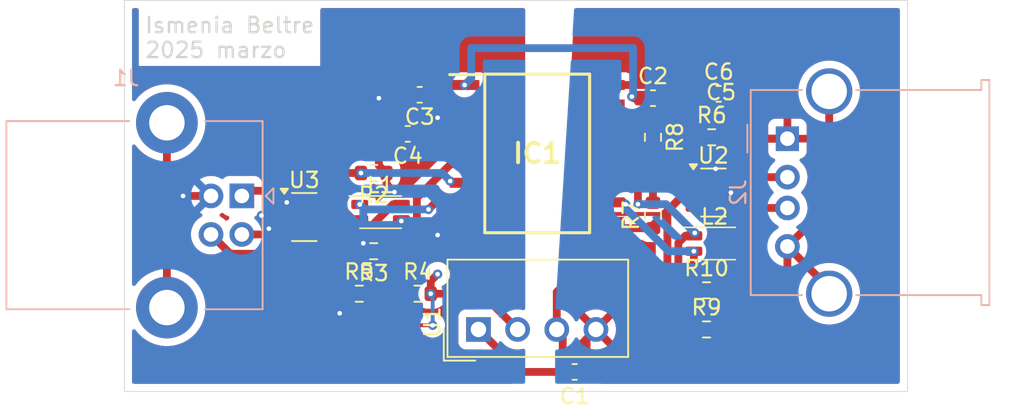
<source format=kicad_pcb>
(kicad_pcb (version 20241229) (generator "pcbnew") (generator_version "9.0")
  (layers (0 "F.Cu" signal) (2 "B.Cu" signal) (13 "F.Paste" user) (15 "B.Paste" user) (5 "F.SilkS" user "F.Silkscreen") (7 "B.SilkS" user "B.Silkscreen") (1 "F.Mask" user) (3 "B.Mask" user) (25 "Edge.Cuts" user))
  (net 0 "")
  (net 1 "GND2")
  (net 2 "+5V")
  (net 3 "GND1")
  (net 4 "Net-(IC1-SPD)")
  (net 5 "Net-(IC1-VDD2)")
  (net 6 "Net-(IC1-PIN)")
  (net 7 "Net-(IC1-SPU)")
  (net 8 "Net-(J1-D-)")
  (net 9 "unconnected-(J1-Shield-Pad5)")
  (net 10 "D+")
  (net 11 "U3_-")
  (net 12 "U3_+")
  (net 13 "Earth")
  (net 14 "Net-(IC1-UD+)")
  (net 15 "Net-(IC1-DD+)")
  (net 16 "Net-(IC1-UD-)")
  (net 17 "VCC")
  (net 18 "Net-(IC1-DD-)")
  (net 19 "Net-(J2-D-)")
  (net 20 "Net-(J2-D+)")
  (net 21 "Net-(L2-Pad3)")
  (net 22 "Net-(L2-Pad2)")
  (footprint "Capacitor_SMD:C_0603_1608Metric" (layer "F.Cu") (at 161.29 95.25)
    (property "Reference" "C2" (at 0 -1.43 0) (layer "F.SilkS"))
    (property "Value" "16v/20ohm")
    (fp_line (start -0.14058 -0.51) (end 0.14058 -0.51) (stroke (width 0.12)) (layer "F.SilkS"))
    (fp_line (start -0.14058 0.51) (end 0.14058 0.51) (stroke (width 0.12)) (layer "F.SilkS"))
    (pad "1" smd roundrect (at -0.775 0) (size 0.9 0.95) (layers "F.Cu" "F.Mask" "F.Paste") (net 2 "+5V"))
    (pad "2" smd roundrect (at 0.775 0) (size 0.9 0.95) (layers "F.Cu" "F.Mask" "F.Paste") (net 13 "Earth"))
  )
  (footprint "Resistor_SMD:R_0603_1608Metric" (layer "F.Cu") (at 161.29 97.79 -90)
    (property "Reference" "R8" (at 0 -1.43 90) (layer "F.SilkS"))
    (property "Value" "1k")
    (fp_line (start -0.237258 0.5225) (end 0.237258 0.5225) (stroke (width 0.12)) (layer "F.SilkS"))
    (fp_line (start -0.237258 -0.5225) (end 0.237258 -0.5225) (stroke (width 0.12)) (layer "F.SilkS"))
    (pad "1" smd roundrect (at -0.825 0 270) (size 0.8 0.95) (layers "F.Cu" "F.Mask" "F.Paste") (net 5 "Net-(IC1-VDD2)"))
    (pad "2" smd roundrect (at 0.825 0 270) (size 0.8 0.95) (layers "F.Cu" "F.Mask" "F.Paste") (net 6 "Net-(IC1-PIN)"))
  )
  (footprint "Inductor_SMD:L_CommonMode_Wurth_WE-CNSW-1206" (layer "F.Cu") (at 143.62 102.65)
    (property "Reference" "L1" (at 0 -1.75 0) (layer "F.SilkS"))
    (property "Value" "Choke_Wurth_WE-CNSW_744232090")
    (fp_line (start -2.05 -1.05) (end 1.35 -1.05) (stroke (width 0.1)) (layer "F.SilkS"))
    (fp_line (start -1.35 1.05) (end 1.35 1.05) (stroke (width 0.1)) (layer "F.SilkS"))
    (pad "1" smd roundrect (at -1.35 -0.5) (size 1.1 0.6) (layers "F.Cu" "F.Mask" "F.Paste") (roundrect_rratio 0.2) (net 14 "Net-(IC1-UD+)"))
    (pad "2" smd roundrect (at 1.35 -0.5) (size 1.1 0.6) (layers "F.Cu" "F.Mask" "F.Paste") (roundrect_rratio 0.2) (net 12 "U3_+"))
    (pad "3" smd roundrect (at 1.35 0.5) (size 1.1 0.6) (layers "F.Cu" "F.Mask" "F.Paste") (roundrect_rratio 0.2) (net 11 "U3_-"))
    (pad "4" smd roundrect (at -1.35 0.5) (size 1.1 0.6) (layers "F.Cu" "F.Mask" "F.Paste") (roundrect_rratio 0.2) (net 16 "Net-(IC1-UD-)"))
  )
  (footprint "SamacSys_Parts:SOIC127P1032X265-16N" (layer "F.Cu") (at 153.78 98.84)
    (property "Reference" "IC1" (at 0 0 0) (layer "F.SilkS") (effects (font (size 1.27 1.27) (thickness 0.254))))
    (property "Value" "ADUM3160BRWZ" (hide yes))
    (fp_line (start -5.675 -5.12) (end -3.75 -5.12) (stroke (width 0.2)) (layer "F.SilkS"))
    (fp_line (start -3.4 -5.15) (end 3.4 -5.15) (stroke (width 0.2)) (layer "F.SilkS"))
    (fp_line (start -3.4 5.15) (end -3.4 -5.15) (stroke (width 0.2)) (layer "F.SilkS"))
    (fp_line (start 3.4 -5.15) (end 3.4 5.15) (stroke (width 0.2)) (layer "F.SilkS"))
    (fp_line (start 3.4 5.15) (end -3.4 5.15) (stroke (width 0.2)) (layer "F.SilkS"))
    (pad "1" smd rect (at -4.712 -4.445 90) (size 0.65 1.925) (layers "F.Cu" "F.Mask" "F.Paste") (net 2 "+5V"))
    (pad "2" smd rect (at -4.712 -3.175 90) (size 0.65 1.925) (layers "F.Cu" "F.Mask" "F.Paste") (net 3 "GND1"))
    (pad "3" smd rect (at -4.712 -1.905 90) (size 0.65 1.925) (layers "F.Cu" "F.Mask" "F.Paste") (net 2 "+5V"))
    (pad "4" smd rect (at -4.712 -0.635 90) (size 0.65 1.925) (layers "F.Cu" "F.Mask" "F.Paste") (net 2 "+5V"))
    (pad "5" smd rect (at -4.712 0.635 90) (size 0.65 1.925) (layers "F.Cu" "F.Mask" "F.Paste") (net 7 "Net-(IC1-SPU)"))
    (pad "6" smd rect (at -4.712 1.905 90) (size 0.65 1.925) (layers "F.Cu" "F.Mask" "F.Paste") (net 16 "Net-(IC1-UD-)"))
    (pad "7" smd rect (at -4.712 3.175 90) (size 0.65 1.925) (layers "F.Cu" "F.Mask" "F.Paste") (net 14 "Net-(IC1-UD+)"))
    (pad "8" smd rect (at -4.712 4.445 90) (size 0.65 1.925) (layers "F.Cu" "F.Mask" "F.Paste") (net 3 "GND1"))
    (pad "9" smd rect (at 4.712 4.445 90) (size 0.65 1.925) (layers "F.Cu" "F.Mask" "F.Paste") (net 13 "Earth"))
    (pad "10" smd rect (at 4.712 3.175 90) (size 0.65 1.925) (layers "F.Cu" "F.Mask" "F.Paste") (net 15 "Net-(IC1-DD+)"))
    (pad "11" smd rect (at 4.712 1.905 90) (size 0.65 1.925) (layers "F.Cu" "F.Mask" "F.Paste") (net 18 "Net-(IC1-DD-)"))
    (pad "12" smd rect (at 4.712 0.635 90) (size 0.65 1.925) (layers "F.Cu" "F.Mask" "F.Paste") (net 6 "Net-(IC1-PIN)"))
    (pad "13" smd rect (at 4.712 -0.635 90) (size 0.65 1.925) (layers "F.Cu" "F.Mask" "F.Paste") (net 4 "Net-(IC1-SPD)"))
    (pad "14" smd rect (at 4.712 -1.905 90) (size 0.65 1.925) (layers "F.Cu" "F.Mask" "F.Paste") (net 5 "Net-(IC1-VDD2)"))
    (pad "15" smd rect (at 4.712 -3.175 90) (size 0.65 1.925) (layers "F.Cu" "F.Mask" "F.Paste") (net 13 "Earth"))
    (pad "16" smd rect (at 4.712 -4.445 90) (size 0.65 1.925) (layers "F.Cu" "F.Mask" "F.Paste") (net 17 "VCC"))
  )
  (footprint "Capacitor_SMD:C_0603_1608Metric" (layer "F.Cu") (at 165.705 96.3)
    (property "Reference" "C5" (at 0 -1.43 0) (layer "F.SilkS"))
    (property "Value" "100nF")
    (fp_line (start -0.14058 -0.51) (end 0.14058 -0.51) (stroke (width 0.12)) (layer "F.SilkS"))
    (fp_line (start -0.14058 0.51) (end 0.14058 0.51) (stroke (width 0.12)) (layer "F.SilkS"))
    (pad "1" smd roundrect (at -0.775 0) (size 0.9 0.95) (layers "F.Cu" "F.Mask" "F.Paste") (net 17 "VCC"))
    (pad "2" smd roundrect (at 0.775 0) (size 0.9 0.95) (layers "F.Cu" "F.Mask" "F.Paste") (net 1 "GND2"))
  )
  (footprint "Resistor_SMD:R_0603_1608Metric" (layer "F.Cu") (at 146.05 107.95)
    (property "Reference" "R4" (at 0 -1.43 0) (layer "F.SilkS"))
    (property "Value" "0R")
    (fp_line (start -0.237258 -0.5225) (end 0.237258 -0.5225) (stroke (width 0.12)) (layer "F.SilkS"))
    (fp_line (start -0.237258 0.5225) (end 0.237258 0.5225) (stroke (width 0.12)) (layer "F.SilkS"))
    (pad "1" smd roundrect (at -0.825 0) (size 0.8 0.95) (layers "F.Cu" "F.Mask" "F.Paste") (net 7 "Net-(IC1-SPU)"))
    (pad "2" smd roundrect (at 0.825 0) (size 0.8 0.95) (layers "F.Cu" "F.Mask" "F.Paste") (net 2 "+5V"))
  )
  (footprint "Resistor_SMD:R_0603_1608Metric" (layer "F.Cu") (at 165.1 97.79)
    (property "Reference" "R6" (at 0 -1.43 0) (layer "F.SilkS"))
    (property "Value" "0R")
    (fp_line (start -0.237258 -0.5225) (end 0.237258 -0.5225) (stroke (width 0.12)) (layer "F.SilkS"))
    (fp_line (start -0.237258 0.5225) (end 0.237258 0.5225) (stroke (width 0.12)) (layer "F.SilkS"))
    (pad "1" smd roundrect (at -0.825 0) (size 0.8 0.95) (layers "F.Cu" "F.Mask" "F.Paste") (net 4 "Net-(IC1-SPD)"))
    (pad "2" smd roundrect (at 0.825 0) (size 0.8 0.95) (layers "F.Cu" "F.Mask" "F.Paste") (net 17 "VCC"))
  )
  (footprint "Resistor_SMD:R_0603_1608Metric" (layer "F.Cu") (at 143.175 100.11 180)
    (property "Reference" "R2" (at 0 -1.43 0) (layer "F.SilkS"))
    (property "Value" "1k")
    (fp_line (start -0.237258 0.5225) (end 0.237258 0.5225) (stroke (width 0.12)) (layer "F.SilkS"))
    (fp_line (start -0.237258 -0.5225) (end 0.237258 -0.5225) (stroke (width 0.12)) (layer "F.SilkS"))
    (pad "1" smd roundrect (at -0.825 0 180) (size 0.8 0.95) (layers "F.Cu" "F.Mask" "F.Paste") (net 11 "U3_-"))
    (pad "2" smd roundrect (at 0.825 0 180) (size 0.8 0.95) (layers "F.Cu" "F.Mask" "F.Paste") (net 16 "Net-(IC1-UD-)"))
  )
  (footprint "Resistor_SMD:R_0603_1608Metric" (layer "F.Cu") (at 164.765 110.27)
    (property "Reference" "R9" (at 0 -1.43 0) (layer "F.SilkS"))
    (property "Value" "1k")
    (fp_line (start -0.237258 -0.5225) (end 0.237258 -0.5225) (stroke (width 0.12)) (layer "F.SilkS"))
    (fp_line (start -0.237258 0.5225) (end 0.237258 0.5225) (stroke (width 0.12)) (layer "F.SilkS"))
    (pad "1" smd roundrect (at -0.825 0) (size 0.8 0.95) (layers "F.Cu" "F.Mask" "F.Paste") (net 18 "Net-(IC1-DD-)"))
    (pad "2" smd roundrect (at 0.825 0) (size 0.8 0.95) (layers "F.Cu" "F.Mask" "F.Paste") (net 22 "Net-(L2-Pad2)"))
  )
  (footprint "Resistor_SMD:R_0603_1608Metric" (layer "F.Cu") (at 143.175 105.19 180)
    (property "Reference" "R3" (at 0 -1.43 0) (layer "F.SilkS"))
    (property "Value" "1k")
    (fp_line (start -0.237258 0.5225) (end 0.237258 0.5225) (stroke (width 0.12)) (layer "F.SilkS"))
    (fp_line (start -0.237258 -0.5225) (end 0.237258 -0.5225) (stroke (width 0.12)) (layer "F.SilkS"))
    (pad "1" smd roundrect (at -0.825 0 180) (size 0.8 0.95) (layers "F.Cu" "F.Mask" "F.Paste") (net 12 "U3_+"))
    (pad "2" smd roundrect (at 0.825 0 180) (size 0.8 0.95) (layers "F.Cu" "F.Mask" "F.Paste") (net 14 "Net-(IC1-UD+)"))
  )
  (footprint "Capacitor_SMD:C_0603_1608Metric" (layer "F.Cu") (at 146.16 95.03 180)
    (property "Reference" "C3" (at 0 -1.43 0) (layer "F.SilkS"))
    (property "Value" "100nF")
    (fp_line (start -0.14058 0.51) (end 0.14058 0.51) (stroke (width 0.12)) (layer "F.SilkS"))
    (fp_line (start -0.14058 -0.51) (end 0.14058 -0.51) (stroke (width 0.12)) (layer "F.SilkS"))
    (pad "1" smd roundrect (at -0.775 0 180) (size 0.9 0.95) (layers "F.Cu" "F.Mask" "F.Paste") (net 2 "+5V"))
    (pad "2" smd roundrect (at 0.775 0 180) (size 0.9 0.95) (layers "F.Cu" "F.Mask" "F.Paste") (net 3 "GND1"))
  )
  (footprint "Converter_DCDC:Converter_DCDC_TRACO_TME_03xxS_05xxS_12xxS_Single_THT" (layer "F.Cu") (at 149.97 110.27 90)
    (property "Reference" "U1" (at 0.475 -2.99 90) (layer "F.SilkS"))
    (property "Value" "TME-0505S")
    (fp_line (start -2.025 -2.25) (end 0.008333 -2.25) (stroke (width 0.12)) (layer "F.SilkS"))
    (fp_line (start 4.535 -2.01) (end 4.535 9.71) (stroke (width 0.12)) (layer "F.SilkS"))
    (fp_line (start -1.785 -2.01) (end 4.535 -2.01) (stroke (width 0.12)) (layer "F.SilkS"))
    (fp_line (start -1.785 -2.01) (end -1.785 9.71) (stroke (width 0.12)) (layer "F.SilkS"))
    (fp_line (start -2.025 -0.216667) (end -2.025 -2.25) (stroke (width 0.12)) (layer "F.SilkS"))
    (fp_line (start -1.785 9.71) (end 4.535 9.71) (stroke (width 0.12)) (layer "F.SilkS"))
    (pad "1" thru_hole rect (at 0 0 90) (size 1.6 1.6) (drill 1) (layers "*.Cu" "*.Mask") (net 13 "Earth"))
    (pad "2" thru_hole circle (at 0 2.54 90) (size 1.6 1.6) (drill 1) (layers "*.Cu" "*.Mask") (net 2 "+5V"))
    (pad "3" thru_hole circle (at 0 5.08 90) (size 1.6 1.6) (drill 1) (layers "*.Cu" "*.Mask") (net 13 "Earth"))
    (pad "4" thru_hole circle (at 0 7.62 90) (size 1.6 1.6) (drill 1) (layers "*.Cu" "*.Mask") (net 17 "VCC"))
  )
  (footprint "Capacitor_SMD:C_0603_1608Metric" (layer "F.Cu") (at 156.21 113.03 180)
    (property "Reference" "C1" (at 0 -1.58 0) (layer "F.SilkS"))
    (property "Value" "10uF/16v")
    (fp_line (start -0.14058 0.51) (end 0.14058 0.51) (stroke (width 0.12)) (layer "F.SilkS"))
    (fp_line (start -0.14058 -0.51) (end 0.14058 -0.51) (stroke (width 0.12)) (layer "F.SilkS"))
    (pad "1" smd roundrect (at -0.775 0 180) (size 0.9 0.95) (layers "F.Cu" "F.Mask" "F.Paste") (net 17 "VCC"))
    (pad "2" smd roundrect (at 0.775 0 180) (size 0.9 0.95) (layers "F.Cu" "F.Mask" "F.Paste") (net 13 "Earth"))
  )
  (footprint "Inductor_SMD:L_CommonMode_Wurth_WE-CNSW-1206" (layer "F.Cu") (at 165.29 104.69)
    (property "Reference" "L2" (at 0 -1.75 0) (layer "F.SilkS"))
    (property "Value" "Choke_Wurth_WE-CNSW_744232090")
    (fp_line (start -2.05 -1.05) (end 1.35 -1.05) (stroke (width 0.1)) (layer "F.SilkS"))
    (fp_line (start -1.35 1.05) (end 1.35 1.05) (stroke (width 0.1)) (layer "F.SilkS"))
    (pad "1" smd roundrect (at -1.35 -0.5) (size 1.1 0.6) (layers "F.Cu" "F.Mask" "F.Paste") (roundrect_rratio 0.2) (net 18 "Net-(IC1-DD-)"))
    (pad "2" smd roundrect (at 1.35 -0.5) (size 1.1 0.6) (layers "F.Cu" "F.Mask" "F.Paste") (roundrect_rratio 0.2) (net 22 "Net-(L2-Pad2)"))
    (pad "3" smd roundrect (at 1.35 0.5) (size 1.1 0.6) (layers "F.Cu" "F.Mask" "F.Paste") (roundrect_rratio 0.2) (net 21 "Net-(L2-Pad3)"))
    (pad "4" smd roundrect (at -1.35 0.5) (size 1.1 0.6) (layers "F.Cu" "F.Mask" "F.Paste") (roundrect_rratio 0.2) (net 15 "Net-(IC1-DD+)"))
  )
  (footprint "Resistor_SMD:R_0603_1608Metric" (layer "F.Cu") (at 161.29 102.87 90)
    (property "Reference" "R7" (at 0 -1.43 90) (layer "F.SilkS"))
    (property "Value" "0R")
    (fp_line (start -0.237258 -0.5225) (end 0.237258 -0.5225) (stroke (width 0.12)) (layer "F.SilkS"))
    (fp_line (start -0.237258 0.5225) (end 0.237258 0.5225) (stroke (width 0.12)) (layer "F.SilkS"))
    (pad "1" smd roundrect (at -0.825 0 90) (size 0.8 0.95) (layers "F.Cu" "F.Mask" "F.Paste") (net 13 "Earth"))
    (pad "2" smd roundrect (at 0.825 0 90) (size 0.8 0.95) (layers "F.Cu" "F.Mask" "F.Paste") (net 4 "Net-(IC1-SPD)"))
  )
  (footprint "Capacitor_SMD:C_0603_1608Metric" (layer "F.Cu") (at 165.555 94.97)
    (property "Reference" "C6" (at 0 -1.43 0) (layer "F.SilkS"))
    (property "Value" "100nF")
    (fp_line (start -0.14058 -0.51) (end 0.14058 -0.51) (stroke (width 0.12)) (layer "F.SilkS"))
    (fp_line (start -0.14058 0.51) (end 0.14058 0.51) (stroke (width 0.12)) (layer "F.SilkS"))
    (pad "1" smd roundrect (at -0.775 0) (size 0.9 0.95) (layers "F.Cu" "F.Mask" "F.Paste") (net 17 "VCC"))
    (pad "2" smd roundrect (at 0.775 0) (size 0.9 0.95) (layers "F.Cu" "F.Mask" "F.Paste") (net 1 "GND2"))
  )
  (footprint "Package_TO_SOT_SMD:SOT-23-6" (layer "F.Cu") (at 165.21 101.38)
    (property "Reference" "U2" (at 0 -2.4 0) (layer "F.SilkS"))
    (property "Value" "USBLC6-2SC6")
    (fp_line (start 0 -1.56) (end -0.8 -1.56) (stroke (width 0.12)) (layer "F.SilkS"))
    (fp_line (start 0 -1.56) (end 0.8 -1.56) (stroke (width 0.12)) (layer "F.SilkS"))
    (fp_line (start 0 1.56) (end -0.8 1.56) (stroke (width 0.12)) (layer "F.SilkS"))
    (fp_line (start 0 1.56) (end 0.8 1.56) (stroke (width 0.12)) (layer "F.SilkS"))
    (fp_poly (pts (xy -1.3 -1.51) (xy -1.54 -1.84) (xy -1.06 -1.84) (xy -1.3 -1.51)) (stroke (width 0.12)) (fill yes) (layer "F.SilkS"))
    (pad "1" smd roundrect (at -1.1375 -0.95) (size 1.325 0.6) (layers "F.Cu" "F.Mask" "F.Paste") (net 22 "Net-(L2-Pad2)"))
    (pad "2" smd roundrect (at -1.1375 0) (size 1.325 0.6) (layers "F.Cu" "F.Mask" "F.Paste") (net 13 "Earth"))
    (pad "3" smd roundrect (at -1.1375 0.95) (size 1.325 0.6) (layers "F.Cu" "F.Mask" "F.Paste") (net 21 "Net-(L2-Pad3)"))
    (pad "4" smd roundrect (at 1.1375 0.95) (size 1.325 0.6) (layers "F.Cu" "F.Mask" "F.Paste") (net 20 "Net-(J2-D+)"))
    (pad "5" smd roundrect (at 1.1375 0) (size 1.325 0.6) (layers "F.Cu" "F.Mask" "F.Paste") (net 17 "VCC"))
    (pad "6" smd roundrect (at 1.1375 -0.95) (size 1.325 0.6) (layers "F.Cu" "F.Mask" "F.Paste") (net 19 "Net-(J2-D-)"))
  )
  (footprint "Capacitor_SMD:C_0603_1608Metric" (layer "F.Cu") (at 145.385 97.57 180)
    (property "Reference" "C4" (at 0 -1.43 0) (layer "F.SilkS"))
    (property "Value" "100nF")
    (fp_line (start -0.14058 0.51) (end 0.14058 0.51) (stroke (width 0.12)) (layer "F.SilkS"))
    (fp_line (start -0.14058 -0.51) (end 0.14058 -0.51) (stroke (width 0.12)) (layer "F.SilkS"))
    (pad "1" smd roundrect (at -0.775 0 180) (size 0.9 0.95) (layers "F.Cu" "F.Mask" "F.Paste") (net 2 "+5V"))
    (pad "2" smd roundrect (at 0.775 0 180) (size 0.9 0.95) (layers "F.Cu" "F.Mask" "F.Paste") (net 3 "GND1"))
  )
  (footprint "Package_TO_SOT_SMD:SOT-23-6" (layer "F.Cu") (at 138.6725 102.97)
    (property "Reference" "U3" (at 0 -2.4 0) (layer "F.SilkS"))
    (property "Value" "USBLC6-2SC6")
    (fp_line (start 0 -1.56) (end -0.8 -1.56) (stroke (width 0.12)) (layer "F.SilkS"))
    (fp_line (start 0 -1.56) (end 0.8 -1.56) (stroke (width 0.12)) (layer "F.SilkS"))
    (fp_line (start 0 1.56) (end -0.8 1.56) (stroke (width 0.12)) (layer "F.SilkS"))
    (fp_line (start 0 1.56) (end 0.8 1.56) (stroke (width 0.12)) (layer "F.SilkS"))
    (fp_poly (pts (xy -1.3 -1.51) (xy -1.54 -1.84) (xy -1.06 -1.84) (xy -1.3 -1.51)) (stroke (width 0.12)) (fill yes) (layer "F.SilkS"))
    (pad "1" smd roundrect (at -1.1375 -0.95) (size 1.325 0.6) (layers "F.Cu" "F.Mask" "F.Paste") (net 8 "Net-(J1-D-)"))
    (pad "2" smd roundrect (at -1.1375 0) (size 1.325 0.6) (layers "F.Cu" "F.Mask" "F.Paste") (net 3 "GND1"))
    (pad "3" smd roundrect (at -1.1375 0.95) (size 1.325 0.6) (layers "F.Cu" "F.Mask" "F.Paste") (net 10 "D+"))
    (pad "4" smd roundrect (at 1.1375 0.95) (size 1.325 0.6) (layers "F.Cu" "F.Mask" "F.Paste") (net 12 "U3_+"))
    (pad "5" smd roundrect (at 1.1375 0) (size 1.325 0.6) (layers "F.Cu" "F.Mask" "F.Paste") (net 2 "+5V"))
    (pad "6" smd roundrect (at 1.1375 -0.95) (size 1.325 0.6) (layers "F.Cu" "F.Mask" "F.Paste") (net 11 "U3_-"))
  )
  (footprint "Resistor_SMD:R_0603_1608Metric" (layer "F.Cu") (at 164.765 107.73)
    (property "Reference" "R10" (at 0 -1.43 0) (layer "F.SilkS"))
    (property "Value" "1k")
    (fp_line (start -0.237258 -0.5225) (end 0.237258 -0.5225) (stroke (width 0.12)) (layer "F.SilkS"))
    (fp_line (start -0.237258 0.5225) (end 0.237258 0.5225) (stroke (width 0.12)) (layer "F.SilkS"))
    (pad "1" smd roundrect (at -0.825 0) (size 0.8 0.95) (layers "F.Cu" "F.Mask" "F.Paste") (net 15 "Net-(IC1-DD+)"))
    (pad "2" smd roundrect (at 0.825 0) (size 0.8 0.95) (layers "F.Cu" "F.Mask" "F.Paste") (net 21 "Net-(L2-Pad3)"))
  )
  (footprint "Resistor_SMD:R_0603_1608Metric" (layer "F.Cu") (at 142.24 107.95)
    (property "Reference" "R5" (at 0 -1.43 0) (layer "F.SilkS"))
    (property "Value" "0R")
    (fp_line (start -0.237258 -0.5225) (end 0.237258 -0.5225) (stroke (width 0.12)) (layer "F.SilkS"))
    (fp_line (start -0.237258 0.5225) (end 0.237258 0.5225) (stroke (width 0.12)) (layer "F.SilkS"))
    (pad "1" smd roundrect (at -0.825 0) (size 0.8 0.95) (layers "F.Cu" "F.Mask" "F.Paste") (net 3 "GND1"))
    (pad "2" smd roundrect (at 0.825 0) (size 0.8 0.95) (layers "F.Cu" "F.Mask" "F.Paste") (net 7 "Net-(IC1-SPU)"))
  )
  (footprint "Connector_USB:USB_A_Molex_67643_Horizontal" (layer "B.Cu") (at 170.01 97.88 -90)
    (property "Reference" "J2" (at 3.5 3.19 90) (layer "B.SilkS") (effects (justify mirror)))
    (property "Value" "USB_A")
    (fp_line (start -0.9 2.6) (end 0.9 2.6) (stroke (width 0.12)) (layer "B.SilkS"))
    (fp_line (start -3.16 2.38) (end 10.16 2.38) (stroke (width 0.12)) (layer "B.SilkS"))
    (fp_line (start -3.16 2.38) (end -3.16 -0.95) (stroke (width 0.12)) (layer "B.SilkS"))
    (fp_line (start 10.16 2.38) (end 10.16 -0.95) (stroke (width 0.12)) (layer "B.SilkS"))
    (fp_line (start 10.16 -4.47) (end 10.16 -12.58) (stroke (width 0.12)) (layer "B.SilkS"))
    (fp_line (start -3.81 -12.58) (end -3.81 -13.1) (stroke (width 0.12)) (layer "B.SilkS"))
    (fp_line (start -3.16 -12.58) (end -3.16 -4.47) (stroke (width 0.12)) (layer "B.SilkS"))
    (fp_line (start -3.16 -12.58) (end -3.81 -12.58) (stroke (width 0.12)) (layer "B.SilkS"))
    (fp_line (start 10.81 -12.58) (end 10.16 -12.58) (stroke (width 0.12)) (layer "B.SilkS"))
    (fp_line (start -3.81 -13.1) (end 10.81 -13.1) (stroke (width 0.12)) (layer "B.SilkS"))
    (fp_line (start 10.81 -13.1) (end 10.81 -12.58) (stroke (width 0.12)) (layer "B.SilkS"))
    (pad "1" thru_hole rect (at 0 0 270) (size 1.6 1.5) (drill 0.95) (layers "*.Cu" "*.Mask") (net 17 "VCC"))
    (pad "2" thru_hole circle (at 2.5 0 270) (size 1.6 1.6) (drill 0.95) (layers "*.Cu" "*.Mask") (net 19 "Net-(J2-D-)"))
    (pad "3" thru_hole circle (at 4.5 0 270) (size 1.6 1.6) (drill 0.95) (layers "*.Cu" "*.Mask") (net 20 "Net-(J2-D+)"))
    (pad "4" thru_hole circle (at 7 0 270) (size 1.6 1.6) (drill 0.95) (layers "*.Cu" "*.Mask") (net 13 "Earth"))
    (pad "5" thru_hole circle (at -3.07 -2.71 270) (size 3 3) (drill 2.3) (layers "*.Cu" "*.Mask") (net 13 "Earth"))
    (pad "5" thru_hole circle (at 10.07 -2.71 270) (size 3 3) (drill 2.3) (layers "*.Cu" "*.Mask") (net 13 "Earth"))
  )
  (footprint "Connector_USB:USB_B_Lumberg_2411_02_Horizontal" (layer "B.Cu") (at 134.62 101.6 180)
    (property "Reference" "J1" (at 7.5 7.65 0) (layer "B.SilkS") (effects (justify mirror)))
    (property "Value" "USB_B")
    (fp_line (start 15.27 4.86) (end 7.3 4.86) (stroke (width 0.12)) (layer "B.SilkS"))
    (fp_line (start 15.27 -7.36) (end 15.27 4.86) (stroke (width 0.12)) (layer "B.SilkS"))
    (fp_line (start 15.27 -7.36) (end 7.3 -7.36) (stroke (width 0.12)) (layer "B.SilkS"))
    (fp_line (start -1.35 4.86) (end 2.4 4.86) (stroke (width 0.12)) (layer "B.SilkS"))
    (fp_line (start -1.35 -7.36) (end 2.4 -7.36) (stroke (width 0.12)) (layer "B.SilkS"))
    (fp_line (start -1.35 -7.36) (end -1.35 4.86) (stroke (width 0.12)) (layer "B.SilkS"))
    (fp_line (start -1.55 0) (end -2.05 0.5) (stroke (width 0.12)) (layer "B.SilkS"))
    (fp_line (start -2.05 0.5) (end -2.05 -0.5) (stroke (width 0.12)) (layer "B.SilkS"))
    (fp_line (start -2.05 -0.5) (end -1.55 0) (stroke (width 0.12)) (layer "B.SilkS"))
    (pad "1" thru_hole rect (at 0 0 90) (size 1.6 1.6) (drill 0.95) (layers "*.Cu" "*.Mask") (net 2 "+5V"))
    (pad "2" thru_hole circle (at 0 -2.5 90) (size 1.6 1.6) (drill 0.95) (layers "*.Cu" "*.Mask") (net 8 "Net-(J1-D-)"))
    (pad "3" thru_hole circle (at 2 -2.5 90) (size 1.6 1.6) (drill 0.95) (layers "*.Cu" "*.Mask") (net 10 "D+"))
    (pad "4" thru_hole circle (at 2 0 90) (size 1.6 1.6) (drill 0.95) (layers "*.Cu" "*.Mask") (net 3 "GND1"))
    (pad "5" thru_hole circle (at 4.86 -7.25 90) (size 4 4) (drill 2.3) (layers "*.Cu" "*.Mask") (net 9 "unconnected-(J1-Shield-Pad5)"))
    (pad "5" thru_hole circle (at 4.86 4.75 90) (size 4 4) (drill 2.3) (layers "*.Cu" "*.Mask") (net 9 "unconnected-(J1-Shield-Pad5)"))
  )
  (gr_rect (start 127 88.9) (end 177.8 114.3) (stroke (width 0.05)) (fill no) (layer "Edge.Cuts"))
  (gr_text "Ismenia Beltre\n2025 marzo" (at 128.27 92.71 0) (layer "Edge.Cuts") (effects (font (size 1 1)) (justify left bottom)))
  (segment (start 166.33 96.15) (end 166.48 96.3) (width 0.508) (layer "F.Cu") (net 1))
  (segment (start 166.33 94.97) (end 166.33 96.15) (width 0.508) (layer "F.Cu") (net 1))
  (segment (start 138.8195 102.641999) (end 139.147501 102.97) (width 0.254) (layer "F.Cu") (net 2))
  (segment (start 152.51 110.27) (end 150.19 107.95) (width 0.508) (layer "F.Cu") (net 2))
  (segment (start 146.795 98.205) (end 146.16 97.57) (width 0.254) (layer "F.Cu") (net 2))
  (segment (start 138.8195 107.957627) (end 140.861873 110) (width 0.254) (layer "F.Cu") (net 2))
  (segment (start 138.302256 101.265) (end 134.955 101.265) (width 0.508) (layer "F.Cu") (net 2))
  (segment (start 139.41735 102.97) (end 138.8195 103.56785) (width 0.254) (layer "F.Cu") (net 2))
  (segment (start 150.19 107.95) (end 146.875 107.95) (width 0.508) (layer "F.Cu") (net 2))
  (segment (start 146.16 97.57) (end 146.16 95.805) (width 0.508) (layer "F.Cu") (net 2))
  (segment (start 138.8195 96.577428) (end 138.8195 102.641999) (width 0.254) (layer "F.Cu") (net 2))
  (segment (start 146.163 97.567) (end 146.163 94.544706) (width 0.254) (layer "F.Cu") (net 2))
  (segment (start 138.8195 103.56785) (end 138.8195 107.957627) (width 0.254) (layer "F.Cu") (net 2))
  (segment (start 149.068 96.935) (end 149.068 98.205) (width 0.254) (layer "F.Cu") (net 2))
  (segment (start 139.81 102.97) (end 139.41735 102.97) (width 0.254) (layer "F.Cu") (net 2))
  (segment (start 147.57 94.395) (end 149.068 94.395) (width 0.508) (layer "F.Cu") (net 2))
  (segment (start 140.861873 110) (end 147 110) (width 0.254) (layer "F.Cu") (net 2))
  (segment (start 134.955 101.265) (end 134.62 101.6) (width 0.508) (layer "F.Cu") (net 2))
  (segment (start 146.875 107.95) (end 146.875 107.125) (width 0.508) (layer "F.Cu") (net 2))
  (segment (start 146.16 97.57) (end 146.163 97.567) (width 0.254) (layer "F.Cu") (net 2))
  (segment (start 141.169928 94.227) (end 138.8195 96.577428) (width 0.254) (layer "F.Cu") (net 2))
  (segment (start 138.6925 101.655244) (end 138.302256 101.265) (width 0.508) (layer "F.Cu") (net 2))
  (segment (start 146.16 95.805) (end 146.935 95.03) (width 0.508) (layer "F.Cu") (net 2))
  (segment (start 139.147501 102.97) (end 139.81 102.97) (width 0.254) (layer "F.Cu") (net 2))
  (segment (start 139.147501 102.97) (end 138.6925 102.514999) (width 0.508) (layer "F.Cu") (net 2))
  (segment (start 160.515 95.25) (end 160.017583 95.25) (width 0.508) (layer "F.Cu") (net 2))
  (segment (start 145.845294 94.227) (end 141.169928 94.227) (width 0.254) (layer "F.Cu") (net 2))
  (segment (start 149.068 98.205) (end 146.795 98.205) (width 0.254) (layer "F.Cu") (net 2))
  (segment (start 146.875 107.125) (end 147.32 106.68) (width 0.508) (layer "F.Cu") (net 2))
  (segment (start 138.6925 102.514999) (end 138.6925 101.655244) (width 0.508) (layer "F.Cu") (net 2))
  (segment (start 146.935 95.03) (end 147.57 94.395) (width 0.508) (layer "F.Cu") (net 2))
  (segment (start 146.163 94.544706) (end 145.845294 94.227) (width 0.254) (layer "F.Cu") (net 2))
  (segment (start 160.017583 95.25) (end 159.916582 95.148999) (width 0.508) (layer "F.Cu") (net 2))
  (via (at 147 110) (size 0.6) (drill 0.3) (layers "F.Cu" "B.Cu") (net 2))
  (via (at 149.068 94.395) (size 0.6) (drill 0.3) (layers "F.Cu" "B.Cu") (net 2))
  (via (at 147.32 106.68) (size 0.6) (drill 0.3) (layers "F.Cu" "B.Cu") (net 2))
  (via (at 146.875 107.95) (size 0.6) (drill 0.3) (layers "F.Cu" "B.Cu") (net 2))
  (via (at 159.916582 95.148999) (size 0.6) (drill 0.3) (layers "F.Cu" "B.Cu") (net 2))
  (segment (start 149.5 93.963) (end 149.068 94.395) (width 0.508) (layer "B.Cu") (net 2))
  (segment (start 146.925 108) (end 146.875 107.95) (width 0.254) (layer "B.Cu") (net 2))
  (segment (start 147 110) (end 147 108) (width 0.254) (layer "B.Cu") (net 2))
  (segment (start 147 108) (end 146.925 108) (width 0.254) (layer "B.Cu") (net 2))
  (segment (start 159.916582 95.148999) (end 160 95.065581) (width 0.508) (layer "B.Cu") (net 2))
  (segment (start 160 92) (end 149.5 92) (width 0.508) (layer "B.Cu") (net 2))
  (segment (start 160 95.065581) (end 160 92) (width 0.508) (layer "B.Cu") (net 2))
  (segment (start 149.5 92) (end 149.5 93.963) (width 0.508) (layer "B.Cu") (net 2))
  (segment (start 141.415 108.775) (end 140.97 109.22) (width 0.508) (layer "F.Cu") (net 3))
  (segment (start 141.415 107.95) (end 141.415 108.775) (width 0.508) (layer "F.Cu") (net 3))
  (segment (start 143.73 95.03) (end 143.51 95.25) (width 0.508) (layer "F.Cu") (net 3))
  (segment (start 144.61 97.57) (end 144.61 96.35) (width 0.508) (layer "F.Cu") (net 3))
  (segment (start 135.99 102.97) (end 135.89 102.87) (width 0.508) (layer "F.Cu") (net 3))
  (segment (start 145.385 95.03) (end 143.73 95.03) (width 0.508) (layer "F.Cu") (net 3))
  (segment (start 137.535 102.97) (end 135.99 102.97) (width 0.508) (layer "F.Cu") (net 3))
  (segment (start 144.61 96.35) (end 143.51 95.25) (width 0.508) (layer "F.Cu") (net 3))
  (segment (start 148.175 103.285) (end 147.32 104.14) (width 0.508) (layer "F.Cu") (net 3))
  (segment (start 148.175 95.665) (end 147.32 96.52) (width 0.508) (layer "F.Cu") (net 3))
  (segment (start 149.068 103.285) (end 148.175 103.285) (width 0.508) (layer "F.Cu") (net 3))
  (segment (start 149.068 95.665) (end 148.175 95.665) (width 0.508) (layer "F.Cu") (net 3))
  (segment (start 132.62 101.6) (end 130.81 101.6) (width 0.508) (layer "F.Cu") (net 3))
  (via (at 143.51 95.25) (size 0.6) (drill 0.3) (layers "F.Cu" "B.Cu") (net 3))
  (via (at 130.81 101.6) (size 0.6) (drill 0.3) (layers "F.Cu" "B.Cu") (net 3))
  (via (at 140.97 109.22) (size 0.6) (drill 0.3) (layers "F.Cu" "B.Cu") (net 3))
  (via (at 147.32 96.52) (size 0.6) (drill 0.3) (layers "F.Cu" "B.Cu") (net 3))
  (via (at 147.32 104.14) (size 0.6) (drill 0.3) (layers "F.Cu" "B.Cu") (net 3))
  (via (at 135.89 102.87) (size 0.6) (drill 0.3) (layers "F.Cu" "B.Cu") (net 3))
  (segment (start 158.492 98.205) (end 158.81 97.887) (width 0.254) (layer "F.Cu") (net 4))
  (segment (start 161.29 100.775) (end 164.0525 98.0125) (width 0.508) (layer "F.Cu") (net 4))
  (segment (start 163.927 97.887) (end 164.0525 98.0125) (width 0.254) (layer "F.Cu") (net 4))
  (segment (start 161.29 102.045) (end 161.29 100.775) (width 0.508) (layer "F.Cu") (net 4))
  (segment (start 158.81 97.887) (end 163.927 97.887) (width 0.254) (layer "F.Cu") (net 4))
  (segment (start 164.0525 98.0125) (end 164.275 97.79) (width 0.508) (layer "F.Cu") (net 4))
  (segment (start 161.29 96.965) (end 158.522 96.965) (width 0.508) (layer "F.Cu") (net 5))
  (segment (start 158.522 96.965) (end 158.492 96.935) (width 0.508) (layer "F.Cu") (net 5))
  (segment (start 161.29 98.615) (end 160.43 99.475) (width 0.508) (layer "F.Cu") (net 6))
  (segment (start 160.43 99.475) (end 158.492 99.475) (width 0.508) (layer "F.Cu") (net 6))
  (segment (start 148.228502 99.475) (end 145.975 101.728502) (width 0.508) (layer "F.Cu") (net 7))
  (segment (start 145.975 107.2) (end 145.225 107.95) (width 0.508) (layer "F.Cu") (net 7))
  (segment (start 145.225 107.95) (end 143.065 107.95) (width 0.508) (layer "F.Cu") (net 7))
  (segment (start 149.068 99.475) (end 148.228502 99.475) (width 0.508) (layer "F.Cu") (net 7))
  (segment (start 145.975 101.728502) (end 145.975 107.2) (width 0.508) (layer "F.Cu") (net 7))
  (segment (start 134.62 104.1) (end 135.997475 104.1) (width 0.508) (layer "F.Cu") (net 8))
  (segment (start 135.997475 104.1) (end 136.373475 103.724) (width 0.508) (layer "F.Cu") (net 8))
  (via (at 136.373475 103.724) (size 0.6) (drill 0.3) (layers "F.Cu" "B.Cu") (net 8))
  (via (at 137.535 102.02) (size 0.6) (drill 0.3) (layers "F.Cu" "B.Cu") (net 8))
  (segment (start 137.535 102.562475) (end 137.535 102.02) (width 0.508) (layer "B.Cu") (net 8))
  (segment (start 136.373475 103.724) (end 137.535 102.562475) (width 0.508) (layer "B.Cu") (net 8))
  (segment (start 129.76 108.85) (end 129.76 96.85) (width 0.508) (layer "F.Cu") (net 9))
  (segment (start 137.535 103.92) (end 136.1 105.355) (width 0.508) (layer "F.Cu") (net 10))
  (segment (start 133.875 105.355) (end 132.62 104.1) (width 0.508) (layer "F.Cu") (net 10))
  (segment (start 136.1 105.355) (end 133.875 105.355) (width 0.508) (layer "F.Cu") (net 10))
  (segment (start 139.7 96.52) (end 139.7 97.79) (width 0.508) (layer "F.Cu") (net 11))
  (segment (start 139.81 97.9) (end 139.81 102.02) (width 0.508) (layer "F.Cu") (net 11))
  (segment (start 139.7 97.79) (end 139.81 97.9) (width 0.508) (layer "F.Cu") (net 11))
  (segment (start 144 100.11) (end 143.51 99.62) (width 0.508) (layer "F.Cu") (net 11))
  (segment (start 144 100.831131) (end 144.518954 101.350085) (width 0.508) (layer "F.Cu") (net 11))
  (segment (start 143.51 99.62) (end 143.51 96.52) (width 0.508) (layer "F.Cu") (net 11))
  (segment (start 143.51 96.52) (end 139.7 96.52) (width 0.508) (layer "F.Cu") (net 11))
  (segment (start 144 100.11) (end 144 100.831131) (width 0.508) (layer "F.Cu") (net 11))
  (via (at 144.97 103.229812) (size 0.6) (drill 0.3) (layers "F.Cu" "B.Cu") (net 11))
  (via (at 144.518954 101.350085) (size 0.6) (drill 0.3) (layers "F.Cu" "B.Cu") (net 11))
  (segment (start 147.042732 103.229812) (end 144.97 103.229812) (width 0.508) (layer "B.Cu") (net 11))
  (segment (start 147.484 102.16308) (end 147.484 102.788544) (width 0.508) (layer "B.Cu") (net 11))
  (segment (start 146.671005 101.350085) (end 147.484 102.16308) (width 0.508) (layer "B.Cu") (net 11))
  (segment (start 147.484 102.788544) (end 147.042732 103.229812) (width 0.508) (layer "B.Cu") (net 11))
  (segment (start 144.518954 101.350085) (end 146.671005 101.350085) (width 0.508) (layer "B.Cu") (net 11))
  (segment (start 144.97 102.15) (end 144.42 102.15) (width 0.508) (layer "F.Cu") (net 12))
  (segment (start 143.108249 103.738249) (end 142.926498 103.92) (width 0.508) (layer "F.Cu") (net 12))
  (segment (start 144 104.63) (end 143.108249 103.738249) (width 0.508) (layer "F.Cu") (net 12))
  (segment (start 144.42 102.15) (end 143.275 103.295) (width 0.508) (layer "F.Cu") (net 12))
  (segment (start 142.926498 103.92) (end 139.81 103.92) (width 0.508) (layer "F.Cu") (net 12))
  (segment (start 144 105.19) (end 144 104.63) (width 0.508) (layer "F.Cu") (net 12))
  (segment (start 143.275 103.295) (end 143.275 103.571498) (width 0.508) (layer "F.Cu") (net 12))
  (segment (start 143.275 103.571498) (end 143.108249 103.738249) (width 0.508) (layer "F.Cu") (net 12))
  (segment (start 170.01 107.256852) (end 166.066852 111.2) (width 0.508) (layer "F.Cu") (net 13))
  (segment (start 155.05 107.84) (end 155.05 110.27) (width 0.508) (layer "F.Cu") (net 13))
  (segment (start 163.410001 101.38) (end 164.0725 101.38) (width 0.508) (layer "F.Cu") (net 13))
  (segment (start 170.01 104.88) (end 170.01 107.256852) (width 0.508) (layer "F.Cu") (net 13))
  (segment (start 162.226 109.962852) (end 162.226 102.564001) (width 0.508) (layer "F.Cu") (net 13))
  (segment (start 149.97 110.27) (end 152.73 113.03) (width 0.508) (layer "F.Cu") (net 13))
  (segment (start 157.2015 102.668) (end 157.3065 102.773) (width 0.254) (layer "F.Cu") (net 13))
  (segment (start 155.435 110.655) (end 155.05 110.27) (width 0.508) (layer "F.Cu") (net 13))
  (segment (start 158.492 104.398) (end 155.05 107.84) (width 0.508) (layer "F.Cu") (net 13))
  (segment (start 163.410001 101.38) (end 161.29 103.500001) (width 0.508) (layer "F.Cu") (net 13))
  (segment (start 162.226 102.564001) (end 163.410001 101.38) (width 0.508) (layer "F.Cu") (net 13))
  (segment (start 172.72 102.17) (end 170.01 104.88) (width 0.508) (layer "F.Cu") (net 13))
  (segment (start 155.435 113.03) (end 155.435 110.655) (width 0.508) (layer "F.Cu") (net 13))
  (segment (start 158.902 103.695) (end 158.492 103.285) (width 0.508) (layer "F.Cu") (net 13))
  (segment (start 172.72 94.81) (end 172.72 102.17) (width 0.508) (layer "F.Cu") (net 13))
  (segment (start 157.3065 102.773) (end 162.0355 102.773) (width 0.254) (layer "F.Cu") (net 13))
  (segment (start 166.066852 111.2) (end 163.463148 111.2) (width 0.508) (layer "F.Cu") (net 13))
  (segment (start 152.73 113.03) (end 155.435 113.03) (width 0.508) (layer "F.Cu") (net 13))
  (segment (start 157.2015 96.282) (end 157.2015 102.668) (width 0.254) (layer "F.Cu") (net 13))
  (segment (start 163.4285 101.38) (end 164.0725 101.38) (width 0.254) (layer "F.Cu") (net 13))
  (segment (start 161.29 103.695) (end 158.902 103.695) (width 0.508) (layer "F.Cu") (net 13))
  (segment (start 159.064 96.237) (end 158.492 95.665) (width 0.254) (layer "F.Cu") (net 13))
  (segment (start 163.463148 111.2) (end 162.226 109.962852) (width 0.508) (layer "F.Cu") (net 13))
  (segment (start 172.72 107.95) (end 172.72 107.59) (width 0.508) (layer "F.Cu") (net 13))
  (segment (start 162.065 95.25) (end 161.777754 95.25) (width 0.254) (layer "F.Cu") (net 13))
  (segment (start 172.72 107.59) (end 170.01 104.88) (width 0.508) (layer "F.Cu") (net 13))
  (segment (start 162.0355 102.773) (end 163.4285 101.38) (width 0.254) (layer "F.Cu") (net 13))
  (segment (start 158.492 103.285) (end 158.492 104.398) (width 0.508) (layer "F.Cu") (net 13))
  (segment (start 162.065 95.25) (end 161.078 96.237) (width 0.254) (layer "F.Cu") (net 13))
  (segment (start 161.29 103.500001) (end 161.29 103.695) (width 0.508) (layer "F.Cu") (net 13))
  (segment (start 160.745754 96.282) (end 157.2015 96.282) (width 0.254) (layer "F.Cu") (net 13))
  (segment (start 161.777754 95.25) (end 160.745754 96.282) (width 0.254) (layer "F.Cu") (net 13))
  (segment (start 161.078 96.237) (end 159.064 96.237) (width 0.254) (layer "F.Cu") (net 13))
  (segment (start 149.068 102.015) (end 147.189812 102.015) (width 0.508) (layer "F.Cu") (net 14))
  (segment (start 147.189812 102.015) (end 146.729 102.475812) (width 0.508) (layer "F.Cu") (net 14))
  (segment (start 142.35 104.824) (end 142.5 104.674) (width 0.508) (layer "F.Cu") (net 14))
  (segment (start 142.35 105.19) (end 142.35 104.824) (width 0.508) (layer "F.Cu") (net 14))
  (via (at 142.27 102.15) (size 0.6) (drill 0.3) (layers "F.Cu" "B.Cu") (net 14))
  (via (at 146.729 102.475812) (size 0.6) (drill 0.3) (layers "F.Cu" "B.Cu") (net 14))
  (via (at 142.27 102.15) (size 0.6) (drill 0.3) (layers "F.Cu" "B.Cu") (net 14))
  (via (at 142.5 104.674) (size 0.6) (drill 0.3) (layers "F.Cu" "B.Cu") (net 14))
  (segment (start 146.729 102.475812) (end 142.595812 102.475812) (width 0.508) (layer "B.Cu") (net 14))
  (segment (start 142.5 102.38) (end 142.27 102.15) (width 0.508) (layer "B.Cu") (net 14))
  (segment (start 142.595812 102.475812) (end 142.27 102.15) (width 0.508) (layer "B.Cu") (net 14))
  (segment (start 142.5 104.674) (end 142.5 102.38) (width 0.508) (layer "B.Cu") (net 14))
  (segment (start 158.492 102.015) (end 159.384034 102.015) (width 0.508) (layer "F.Cu") (net 15))
  (segment (start 163.94 107.73) (end 163.94 105.19) (width 0.508) (layer "F.Cu") (net 15))
  (segment (start 159.384034 102.015) (end 159.515034 102.146) (width 0.508) (layer "F.Cu") (net 15))
  (via (at 159.515034 102.146) (size 0.6) (drill 0.3) (layers "F.Cu" "B.Cu") (net 15))
  (via (at 163.94 105.19) (size 0.6) (drill 0.3) (layers "F.Cu" "B.Cu") (net 15))
  (segment (start 159.515034 102.146) (end 159.515034 102.406148) (width 0.508) (layer "B.Cu") (net 15))
  (segment (start 162.298886 105.19) (end 163.94 105.19) (width 0.508) (layer "B.Cu") (net 15))
  (segment (start 159.515034 102.406148) (end 162.298886 105.19) (width 0.508) (layer "B.Cu") (net 15))
  (segment (start 141.843502 103.15) (end 142.27 103.15) (width 0.508) (layer "F.Cu") (net 16))
  (segment (start 142.35 100.11) (end 141.19 100.11) (width 0.508) (layer "F.Cu") (net 16))
  (segment (start 141.19 100.11) (end 140.97 100.33) (width 0.508) (layer "F.Cu") (net 16))
  (segment (start 148.245 100.745) (end 148.13491 100.63491) (width 0.508) (layer "F.Cu") (net 16))
  (segment (start 140.97 100.33) (end 140.97 102.276498) (width 0.508) (layer "F.Cu") (net 16))
  (segment (start 149.068 100.745) (end 148.245 100.745) (width 0.508) (layer "F.Cu") (net 16))
  (segment (start 140.97 102.276498) (end 141.843502 103.15) (width 0.508) (layer "F.Cu") (net 16))
  (via (at 142.35 100.11) (size 0.6) (drill 0.3) (layers "F.Cu" "B.Cu") (net 16))
  (via (at 148.13491 100.63491) (size 0.6) (drill 0.3) (layers "F.Cu" "B.Cu") (net 16))
  (segment (start 148.13491 100.63491) (end 147.61 100.11) (width 0.508) (layer "B.Cu") (net 16))
  (segment (start 147.61 100.11) (end 142.35 100.11) (width 0.508) (layer "B.Cu") (net 16))
  (segment (start 170.01 97.88) (end 166.015 97.88) (width 0.508) (layer "F.Cu") (net 17))
  (segment (start 164.78 94.97) (end 164.78 92.92) (width 0.508) (layer "F.Cu") (net 17))
  (segment (start 170.01 97.88) (end 167.312544 97.88) (width 0.508) (layer "F.Cu") (net 17))
  (segment (start 164.93 95.12) (end 164.78 94.97) (width 0.508) (layer "F.Cu") (net 17))
  (segment (start 164.205 94.395) (end 158.492 94.395) (width 0.508) (layer "F.Cu") (net 17))
  (segment (start 167.312544 97.88) (end 165.355541 99.837003) (width 0.508) (layer "F.Cu") (net 17))
  (segment (start 164.78 92.92) (end 165.21 92.49) (width 0.508) (layer "F.Cu") (net 17))
  (segment (start 156.985 110.875) (end 157.59 110.27) (width 0.508) (layer "F.Cu") (net 17))
  (segment (start 165.925 97.295) (end 164.93 96.3) (width 0.508) (layer "F.Cu") (net 17))
  (segment (start 165.925 97.79) (end 165.925 97.295) (width 0.508) (layer "F.Cu") (net 17))
  (segment (start 156.985 113.03) (end 156.985 110.875) (width 0.508) (layer "F.Cu") (net 17))
  (segment (start 164.93 96.3) (end 164.93 95.12) (width 0.508) (layer "F.Cu") (net 17))
  (segment (start 164.78 94.97) (end 164.205 94.395) (width 0.508) (layer "F.Cu") (net 17))
  (segment (start 166.015 97.88) (end 165.925 97.79) (width 0.508) (layer "F.Cu") (net 17))
  (via (at 166.3475 101.38) (size 0.6) (drill 0.3) (layers "F.Cu" "B.Cu") (net 17))
  (via (at 165.355541 99.837003) (size 0.6) (drill 0.3) (layers "F.Cu" "B.Cu") (net 17))
  (segment (start 165.355541 99.837003) (end 165.355541 100.388041) (width 0.508) (layer "B.Cu") (net 17))
  (segment (start 165.355541 100.388041) (end 166.3475 101.38) (width 0.508) (layer "B.Cu") (net 17))
  (segment (start 163.39 104.19) (end 163.94 104.19) (width 0.508) (layer "F.Cu") (net 18))
  (segment (start 160.315 101.0975) (end 160.315 102.138382) (width 0.508) (layer "F.Cu") (net 18))
  (segment (start 159.9625 100.745) (end 160.315 101.0975) (width 0.508) (layer "F.Cu") (net 18))
  (segment (start 163.94 110.27) (end 162.935 109.265) (width 0.508) (layer "F.Cu") (net 18))
  (segment (start 162.935 109.265) (end 162.935 104.645) (width 0.508) (layer "F.Cu") (net 18))
  (segment (start 162.935 104.645) (end 163.39 104.19) (width 0.508) (layer "F.Cu") (net 18))
  (segment (start 158.492 100.745) (end 159.9625 100.745) (width 0.508) (layer "F.Cu") (net 18))
  (via (at 160.315 102.138382) (size 0.6) (drill 0.3) (layers "F.Cu" "B.Cu") (net 18))
  (via (at 164 104) (size 0.6) (drill 0.3) (layers "F.Cu" "B.Cu") (net 18))
  (segment (start 160.315 102.138382) (end 162.138382 102.138382) (width 0.508) (layer "B.Cu") (net 18))
  (segment (start 162.138382 102.138382) (end 164 104) (width 0.508) (layer "B.Cu") (net 18))
  (segment (start 166.3975 100.38) (end 166.3475 100.43) (width 0.508) (layer "F.Cu") (net 19))
  (segment (start 170.01 100.38) (end 166.3975 100.38) (width 0.508) (layer "F.Cu") (net 19))
  (segment (start 166.3975 102.38) (end 166.3475 102.33) (width 0.508) (layer "F.Cu") (net 20))
  (segment (start 170.01 102.38) (end 166.3975 102.38) (width 0.508) (layer "F.Cu") (net 20))
  (segment (start 165.1 104.2) (end 165.1 103.3575) (width 0.508) (layer "F.Cu") (net 21))
  (segment (start 165.1 103.3575) (end 164.0725 102.33) (width 0.508) (layer "F.Cu") (net 21))
  (segment (start 166.64 105.19) (end 166.09 105.19) (width 0.508) (layer "F.Cu") (net 21))
  (segment (start 166.64 105.19) (end 166.64 106.68) (width 0.508) (layer "F.Cu") (net 21))
  (segment (start 166.09 105.19) (end 165.1 104.2) (width 0.508) (layer "F.Cu") (net 21))
  (segment (start 166.64 106.68) (end 165.59 107.73) (width 0.508) (layer "F.Cu") (net 21))
  (segment (start 165.267786 102.702214) (end 166.64 104.074428) (width 0.254) (layer "F.Cu") (net 22))
  (segment (start 165.267786 100.962787) (end 165.267786 102.702214) (width 0.254) (layer "F.Cu") (net 22))
  (segment (start 167.645 104.645) (end 167.19 104.19) (width 0.508) (layer "F.Cu") (net 22))
  (segment (start 167.645 108.215) (end 167.645 104.645) (width 0.508) (layer "F.Cu") (net 22))
  (segment (start 166.64 104.074428) (end 166.64 104.19) (width 0.254) (layer "F.Cu") (net 22))
  (segment (start 165.59 110.27) (end 167.645 108.215) (width 0.508) (layer "F.Cu") (net 22))
  (segment (start 164.734999 100.43) (end 165.267786 100.962787) (width 0.254) (layer "F.Cu") (net 22))
  (segment (start 167.19 104.19) (end 166.64 104.19) (width 0.508) (layer "F.Cu") (net 22))
  (segment (start 164.0725 100.43) (end 164.734999 100.43) (width 0.254) (layer "F.Cu") (net 22))
  (zone (net 17) (net_name "VCC") (layer "F.Cu") (priority 3) (connect_pads (clearance 0.5)) (min_thickness 0.25) (fill yes (thermal_gap 0.5) (thermal_bridge_width 0.5))
    (polygon (pts (xy 156.21 88.9) (xy 177.8 88.9) (xy 177.8 114.3) (xy 154.94 114.3)))
  )
  (zone (net 17) (net_name "VCC") (layer "F.Cu") (priority 2) (connect_pads (clearance 0.5)) (min_thickness 0.25) (fill yes (thermal_gap 0.5) (thermal_bridge_width 0.5))
    (polygon (pts (xy 127 89) (xy 153 89) (xy 153 114.5) (xy 127 114.5)))
  )
  (zone (net 1) (net_name "GND2") (layer "B.Cu") (priority 1) (connect_pads (clearance 0.5)) (min_thickness 0.25) (fill yes (thermal_gap 0.5) (thermal_bridge_width 0.5))
    (polygon (pts (xy 156.21 88.9) (xy 154.94 109.22) (xy 154.94 114.3) (xy 177.8 114.3) (xy 177.8 88.9)))
  )
  (zone (net 3) (net_name "GND1") (layer "B.Cu") (connect_pads (clearance 0.5)) (min_thickness 0.25) (fill yes (thermal_gap 0.5) (thermal_bridge_width 0.5))
    (polygon (pts (xy 153 89) (xy 153 114.5) (xy 127 114.5) (xy 127 89)))
  )
)
</source>
